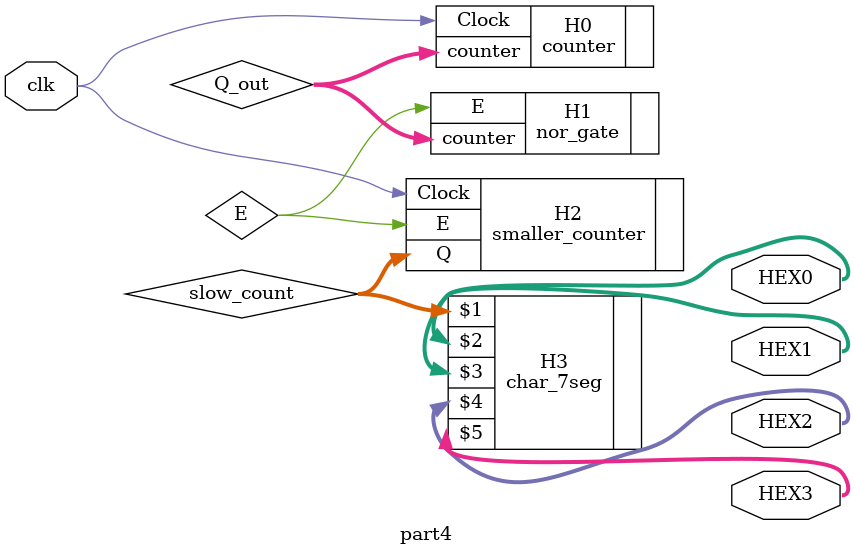
<source format=v>
module part4(clk, HEX0, HEX1, HEX2, HEX3);
input clk;

output [0:6] HEX0; // 7-seg display
output [0:6] HEX1; // 7-seg display
output [0:6] HEX2; // 7-seg display
output [0:6] HEX3; // 7-seg display

wire E;
wire [25:0] Q_out;
wire [1:0] slow_count;

counter H0 (.Clock(clk), .counter(Q_out) );

nor_gate H1( .counter(Q_out), .E(E) );

smaller_counter H2( .Clock(clk), .E(E), .Q(slow_count) );

char_7seg H3 (slow_count, HEX0, HEX1, HEX2, HEX3);

endmodule
</source>
